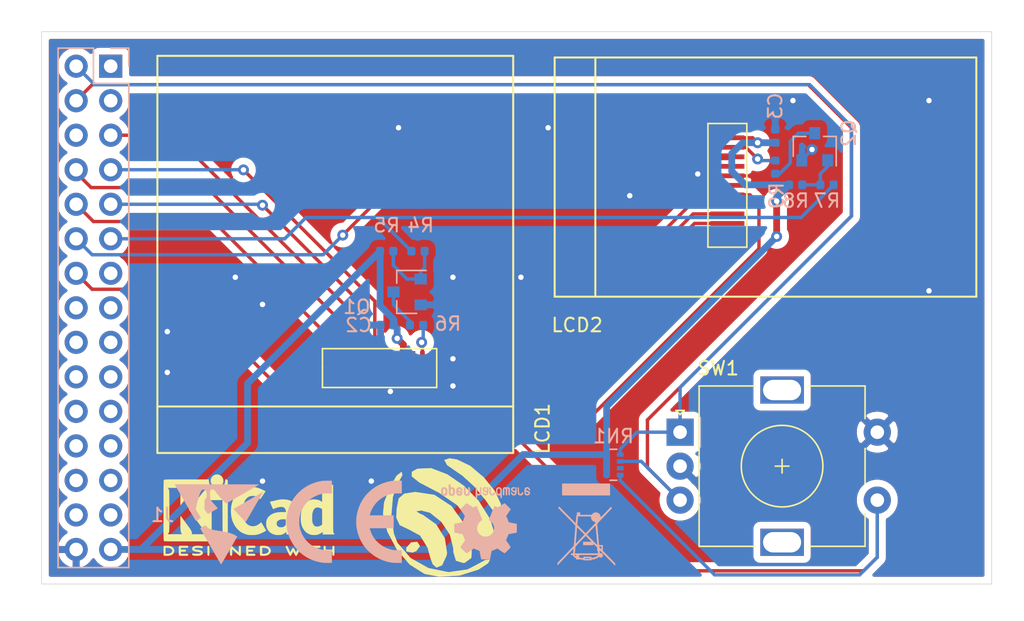
<source format=kicad_pcb>
(kicad_pcb (version 20171130) (host pcbnew 5.1.2+dfsg1-1)
  (layers (0 F.Cu signal) (31 B.Cu signal) (34 B.Paste user) (35 F.Paste user) (36 B.SilkS user) (37 F.SilkS user) (38 B.Mask user) (39 F.Mask user) (44 Edge.Cuts user))
  (net 0 "")
  (net 1 +3V3)
  (net 2 GND)
  (net 3 /ENC_D)
  (net 4 /LCD_BLK)
  (net 5 /LCD_CS1)
  (net 6 /LCD_CS0)
  (net 7 /LCD_RES)
  (net 8 /LCD_DC)
  (net 9 /LCD_MOSI)
  (net 10 /LCD_CLK)
  (net 11 /ENC_B)
  (net 12 /ENC_A)
  (net 13 /LCD240x240/LEDK)
  (net 14 /LCD240x135/LEDK)
  (net 15 "Net-(LCD2-Pad9)")
  (net 16 "Net-(LCD2-Pad2)")
  (net 17 "Net-(LCD2-Pad1)")
  (net 18 "Net-(Q1-Pad3)")
  (net 19 "Net-(Q1-Pad1)")
  (net 20 "Net-(Q2-Pad3)")
  (net 21 "Net-(Q2-Pad1)")
  (net 22 "Net-(RN1-Pad3)")
  (net 23 "Net-(J1-Pad28)")
  (net 24 "Net-(J1-Pad27)")
  (net 25 "Net-(J1-Pad26)")
  (net 26 "Net-(J1-Pad25)")
  (net 27 "Net-(J1-Pad24)")
  (net 28 "Net-(J1-Pad23)")
  (net 29 "Net-(J1-Pad22)")
  (net 30 "Net-(J1-Pad21)")
  (net 31 "Net-(J1-Pad20)")
  (net 32 "Net-(J1-Pad19)")
  (net 33 "Net-(J1-Pad18)")
  (net 34 "Net-(J1-Pad17)")
  (net 35 "Net-(J1-Pad16)")
  (net 36 "Net-(J1-Pad15)")
  (net 37 "Net-(J1-Pad13)")
  (net 38 "Net-(J1-Pad6)")
  (net 39 "Net-(J1-Pad3)")
  (net 40 "Net-(J1-Pad1)")
  (module Symbol:WEEE-Logo_4.2x6mm_SilkScreen (layer B.Cu) (at 151.8 111.2)
    (fp_text reference REF** hide)
    (fp_text value WEEE-Logo_4.2x6mm_SilkScreen hide)
  )
  (module Symbol:OSHW-Logo2_7.3x6mm_SilkScreen (layer B.Cu) (at 144.4 111)
    (fp_text reference REF** hide)
    (fp_text value OSHW-Logo2_7.3x6mm_SilkScreen hide)
  )
  (module Symbol:CE-Logo_8.5x6mm_SilkScreen (layer B.Cu) (at 134 111)
    (fp_text reference REF** hide)
    (fp_text value CE-Logo_8.5x6mm_SilkScreen hide)
  )
  (module Symbol:ESD-Logo_6.6x6mm_SilkScreen (layer B.Cu) (at 124.8 111.2)
    (fp_text reference REF** hide)
    (fp_text value ESD-Logo_6.6x6mm_SilkScreen hide)
  )
  (module logo:logo (layer F.Cu) (at 140.97 110.49)
    (fp_text reference G*** hide)
    (fp_text value LOGO hide)
  )
  (module Symbol:KiCad-Logo2_5mm_SilkScreen (layer F.Cu) (at 127 110.49)
    (fp_text reference REF** hide)
    (fp_text value KiCad-Logo2_5mm_SilkScreen hide)
  )
  (module Connector_PinHeader_2.54mm:PinHeader_2x15_P2.54mm_Vertical (layer B.Cu) (at 116.84 77.47 180)
    (fp_text reference J1 (at -3.81 -33.02) (layer B.SilkS) (effects (justify mirror)))
    (fp_text value Conn_02x15_Odd_Even)
    (pad 30 thru_hole oval (at 2.54 -35.56 180) (size 1.7 1.7) (drill 1) (layers *.Cu *.Mask) (net 2 GND))
    (pad 29 thru_hole oval (at 0 -35.56 180) (size 1.7 1.7) (drill 1) (layers *.Cu *.Mask) (net 1 +3V3))
    (pad 28 thru_hole oval (at 2.54 -33.02 180) (size 1.7 1.7) (drill 1) (layers *.Cu *.Mask) (net 23 "Net-(J1-Pad28)"))
    (pad 27 thru_hole oval (at 0 -33.02 180) (size 1.7 1.7) (drill 1) (layers *.Cu *.Mask) (net 24 "Net-(J1-Pad27)"))
    (pad 26 thru_hole oval (at 2.54 -30.48 180) (size 1.7 1.7) (drill 1) (layers *.Cu *.Mask) (net 25 "Net-(J1-Pad26)"))
    (pad 25 thru_hole oval (at 0 -30.48 180) (size 1.7 1.7) (drill 1) (layers *.Cu *.Mask) (net 26 "Net-(J1-Pad25)"))
    (pad 24 thru_hole oval (at 2.54 -27.94 180) (size 1.7 1.7) (drill 1) (layers *.Cu *.Mask) (net 27 "Net-(J1-Pad24)"))
    (pad 23 thru_hole oval (at 0 -27.94 180) (size 1.7 1.7) (drill 1) (layers *.Cu *.Mask) (net 28 "Net-(J1-Pad23)"))
    (pad 22 thru_hole oval (at 2.54 -25.4 180) (size 1.7 1.7) (drill 1) (layers *.Cu *.Mask) (net 29 "Net-(J1-Pad22)"))
    (pad 21 thru_hole oval (at 0 -25.4 180) (size 1.7 1.7) (drill 1) (layers *.Cu *.Mask) (net 30 "Net-(J1-Pad21)"))
    (pad 20 thru_hole oval (at 2.54 -22.86 180) (size 1.7 1.7) (drill 1) (layers *.Cu *.Mask) (net 31 "Net-(J1-Pad20)"))
    (pad 19 thru_hole oval (at 0 -22.86 180) (size 1.7 1.7) (drill 1) (layers *.Cu *.Mask) (net 32 "Net-(J1-Pad19)"))
    (pad 18 thru_hole oval (at 2.54 -20.32 180) (size 1.7 1.7) (drill 1) (layers *.Cu *.Mask) (net 33 "Net-(J1-Pad18)"))
    (pad 17 thru_hole oval (at 0 -20.32 180) (size 1.7 1.7) (drill 1) (layers *.Cu *.Mask) (net 34 "Net-(J1-Pad17)"))
    (pad 16 thru_hole oval (at 2.54 -17.78 180) (size 1.7 1.7) (drill 1) (layers *.Cu *.Mask) (net 35 "Net-(J1-Pad16)"))
    (pad 15 thru_hole oval (at 0 -17.78 180) (size 1.7 1.7) (drill 1) (layers *.Cu *.Mask) (net 36 "Net-(J1-Pad15)"))
    (pad 14 thru_hole oval (at 2.54 -15.24 180) (size 1.7 1.7) (drill 1) (layers *.Cu *.Mask) (net 3 /ENC_D))
    (pad 13 thru_hole oval (at 0 -15.24 180) (size 1.7 1.7) (drill 1) (layers *.Cu *.Mask) (net 37 "Net-(J1-Pad13)"))
    (pad 12 thru_hole oval (at 2.54 -12.7 180) (size 1.7 1.7) (drill 1) (layers *.Cu *.Mask) (net 5 /LCD_CS1))
    (pad 11 thru_hole oval (at 0 -12.7 180) (size 1.7 1.7) (drill 1) (layers *.Cu *.Mask) (net 4 /LCD_BLK))
    (pad 10 thru_hole oval (at 2.54 -10.16 180) (size 1.7 1.7) (drill 1) (layers *.Cu *.Mask) (net 7 /LCD_RES))
    (pad 9 thru_hole oval (at 0 -10.16 180) (size 1.7 1.7) (drill 1) (layers *.Cu *.Mask) (net 6 /LCD_CS0))
    (pad 8 thru_hole oval (at 2.54 -7.62 180) (size 1.7 1.7) (drill 1) (layers *.Cu *.Mask) (net 9 /LCD_MOSI))
    (pad 7 thru_hole oval (at 0 -7.62 180) (size 1.7 1.7) (drill 1) (layers *.Cu *.Mask) (net 8 /LCD_DC))
    (pad 6 thru_hole oval (at 2.54 -5.08 180) (size 1.7 1.7) (drill 1) (layers *.Cu *.Mask) (net 38 "Net-(J1-Pad6)"))
    (pad 5 thru_hole oval (at 0 -5.08 180) (size 1.7 1.7) (drill 1) (layers *.Cu *.Mask) (net 10 /LCD_CLK))
    (pad 4 thru_hole oval (at 2.54 -2.54 180) (size 1.7 1.7) (drill 1) (layers *.Cu *.Mask) (net 11 /ENC_B))
    (pad 3 thru_hole oval (at 0 -2.54 180) (size 1.7 1.7) (drill 1) (layers *.Cu *.Mask) (net 39 "Net-(J1-Pad3)"))
    (pad 2 thru_hole oval (at 2.54 0 180) (size 1.7 1.7) (drill 1) (layers *.Cu *.Mask) (net 12 /ENC_A))
    (pad 1 thru_hole rect (at 0 0 180) (size 1.7 1.7) (drill 1) (layers *.Cu *.Mask) (net 40 "Net-(J1-Pad1)"))
  )
  (module Rotary_Encoder:RotaryEncoder_Alps_EC11E-Switch_Vertical_H20mm (layer F.Cu) (at 158.7 104.4)
    (fp_text reference SW1 (at 2.8 -4.7) (layer F.SilkS))
    (fp_text value Rotary_Encoder_Switch)
    (pad A thru_hole rect (at 0 0) (size 2 2) (drill 1) (layers *.Cu *.Mask) (net 12 /ENC_A))
    (pad C thru_hole circle (at 0 2.5) (size 2 2) (drill 1) (layers *.Cu *.Mask) (net 2 GND))
    (pad B thru_hole circle (at 0 5) (size 2 2) (drill 1) (layers *.Cu *.Mask) (net 11 /ENC_B))
    (pad MP thru_hole rect (at 7.5 -3.1) (size 3.2 2) (drill oval 2.8 1.5) (layers *.Cu *.Mask))
    (pad MP thru_hole rect (at 7.5 8.1) (size 3.2 2) (drill oval 2.8 1.5) (layers *.Cu *.Mask))
    (pad S2 thru_hole circle (at 14.5 0) (size 2 2) (drill 1) (layers *.Cu *.Mask) (net 2 GND))
    (pad S1 thru_hole circle (at 14.5 5) (size 2 2) (drill 1) (layers *.Cu *.Mask) (net 3 /ENC_D))
  )
  (module Resistor_SMD:R_Array_Concave_4x0402 (layer B.Cu) (at 153.8 106.8 180)
    (fp_text reference RN1 (at 0 2.1) (layer B.SilkS) (effects (justify mirror)))
    (fp_text value 10K)
    (pad 5 smd rect (at 0.5 -0.75 180) (size 0.5 0.32) (layers B.Cu B.Paste B.Mask) (net 1 +3V3))
    (pad 6 smd rect (at 0.5 -0.25 180) (size 0.5 0.32) (layers B.Cu B.Paste B.Mask) (net 1 +3V3))
    (pad 8 smd rect (at 0.5 0.75 180) (size 0.5 0.32) (layers B.Cu B.Paste B.Mask) (net 1 +3V3))
    (pad 7 smd rect (at 0.5 0.25 180) (size 0.5 0.32) (layers B.Cu B.Paste B.Mask) (net 1 +3V3))
    (pad 4 smd rect (at -0.5 -0.75 180) (size 0.5 0.32) (layers B.Cu B.Paste B.Mask) (net 3 /ENC_D))
    (pad 2 smd rect (at -0.5 0.25 180) (size 0.5 0.32) (layers B.Cu B.Paste B.Mask) (net 11 /ENC_B))
    (pad 3 smd rect (at -0.5 -0.25 180) (size 0.5 0.32) (layers B.Cu B.Paste B.Mask) (net 22 "Net-(RN1-Pad3)"))
    (pad 1 smd rect (at -0.5 0.75 180) (size 0.5 0.32) (layers B.Cu B.Paste B.Mask) (net 12 /ENC_A))
  )
  (module Resistor_SMD:R_0402_1005Metric (layer B.Cu) (at 165.7 84.9 270)
    (fp_text reference R9 (at 2.1 -0.1 90) (layer B.SilkS) (effects (justify mirror)))
    (fp_text value 10)
    (pad 2 smd roundrect (at 0.485 0 270) (size 0.59 0.64) (layers B.Cu B.Paste B.Mask) (net 20 "Net-(Q2-Pad3)"))
    (pad 1 smd roundrect (at -0.485 0 270) (size 0.59 0.64) (layers B.Cu B.Paste B.Mask) (net 14 /LCD240x135/LEDK))
  )
  (module Resistor_SMD:R_0402_1005Metric (layer B.Cu) (at 167.2 86.2)
    (fp_text reference R8 (at 0 1.17) (layer B.SilkS) (effects (justify mirror)))
    (fp_text value 10K)
    (pad 2 smd roundrect (at 0.485 0) (size 0.59 0.64) (layers B.Cu B.Paste B.Mask) (net 21 "Net-(Q2-Pad1)"))
    (pad 1 smd roundrect (at -0.485 0) (size 0.59 0.64) (layers B.Cu B.Paste B.Mask) (net 1 +3V3))
  )
  (module Resistor_SMD:R_0402_1005Metric (layer B.Cu) (at 169.5 86.2)
    (fp_text reference R7 (at 0 1.17) (layer B.SilkS) (effects (justify mirror)))
    (fp_text value 1K)
    (pad 2 smd roundrect (at 0.485 0) (size 0.59 0.64) (layers B.Cu B.Paste B.Mask) (net 4 /LCD_BLK))
    (pad 1 smd roundrect (at -0.485 0) (size 0.59 0.64) (layers B.Cu B.Paste B.Mask) (net 21 "Net-(Q2-Pad1)"))
  )
  (module Resistor_SMD:R_0402_1005Metric (layer B.Cu) (at 139.33 96.52 180)
    (fp_text reference R6 (at -2.3 0.1) (layer B.SilkS) (effects (justify mirror)))
    (fp_text value 10)
    (pad 2 smd roundrect (at 0.485 0 180) (size 0.59 0.64) (layers B.Cu B.Paste B.Mask) (net 18 "Net-(Q1-Pad3)"))
    (pad 1 smd roundrect (at -0.485 0 180) (size 0.59 0.64) (layers B.Cu B.Paste B.Mask) (net 13 /LCD240x240/LEDK))
  )
  (module Resistor_SMD:R_0402_1005Metric (layer B.Cu) (at 137.13 91.08)
    (fp_text reference R5 (at 0 -1.9) (layer B.SilkS) (effects (justify mirror)))
    (fp_text value 10K)
    (pad 2 smd roundrect (at 0.485 0) (size 0.59 0.64) (layers B.Cu B.Paste B.Mask) (net 19 "Net-(Q1-Pad1)"))
    (pad 1 smd roundrect (at -0.485 0) (size 0.59 0.64) (layers B.Cu B.Paste B.Mask) (net 1 +3V3))
  )
  (module Resistor_SMD:R_0402_1005Metric (layer B.Cu) (at 139.43 91.08 180)
    (fp_text reference R4 (at -0.2 1.9) (layer B.SilkS) (effects (justify mirror)))
    (fp_text value 1K)
    (pad 2 smd roundrect (at 0.485 0 180) (size 0.59 0.64) (layers B.Cu B.Paste B.Mask) (net 4 /LCD_BLK))
    (pad 1 smd roundrect (at -0.485 0 180) (size 0.59 0.64) (layers B.Cu B.Paste B.Mask) (net 19 "Net-(Q1-Pad1)"))
  )
  (module Package_TO_SOT_SMD:SOT-23 (layer B.Cu) (at 168.6 83.4 90)
    (fp_text reference Q2 (at 1 2.5 90) (layer B.SilkS) (effects (justify mirror)))
    (fp_text value S8050)
    (pad 3 smd rect (at 1 0 90) (size 0.9 0.8) (layers B.Cu B.Paste B.Mask) (net 20 "Net-(Q2-Pad3)"))
    (pad 2 smd rect (at -1 -0.95 90) (size 0.9 0.8) (layers B.Cu B.Paste B.Mask) (net 2 GND))
    (pad 1 smd rect (at -1 0.95 90) (size 0.9 0.8) (layers B.Cu B.Paste B.Mask) (net 21 "Net-(Q2-Pad1)"))
  )
  (module Package_TO_SOT_SMD:SOT-23 (layer B.Cu) (at 138.63 94.08 180)
    (fp_text reference Q1 (at 3.7 -1.1) (layer B.SilkS) (effects (justify mirror)))
    (fp_text value S8050)
    (pad 3 smd rect (at 1 0 180) (size 0.9 0.8) (layers B.Cu B.Paste B.Mask) (net 18 "Net-(Q1-Pad3)"))
    (pad 2 smd rect (at -1 -0.95 180) (size 0.9 0.8) (layers B.Cu B.Paste B.Mask) (net 2 GND))
    (pad 1 smd rect (at -1 0.95 180) (size 0.9 0.8) (layers B.Cu B.Paste B.Mask) (net 19 "Net-(Q1-Pad1)"))
  )
  (module LCD:IPS1.14'240x135 (layer F.Cu) (at 151.13 87.63 90)
    (fp_text reference LCD2 (at -8.89 0) (layer F.SilkS))
    (fp_text value IPS1.14'240x135)
    (pad 13 smd rect (at 5.5914 11.049 90) (size 0.35 2.5) (layers F.Cu F.Paste F.Mask) (net 2 GND))
    (pad 12 smd rect (at 4.8914 11.049 90) (size 0.35 2.5) (layers F.Cu F.Paste F.Mask) (net 1 +3V3))
    (pad 11 smd rect (at 4.1914 11.049 90) (size 0.35 2.5) (layers F.Cu F.Paste F.Mask) (net 14 /LCD240x135/LEDK))
    (pad 10 smd rect (at 3.4914 11.049 90) (size 0.35 2.5) (layers F.Cu F.Paste F.Mask) (net 1 +3V3))
    (pad 9 smd rect (at 2.7914 11.049 90) (size 0.35 2.5) (layers F.Cu F.Paste F.Mask) (net 15 "Net-(LCD2-Pad9)"))
    (pad 8 smd rect (at 2.0914 11.049 90) (size 0.35 2.5) (layers F.Cu F.Paste F.Mask) (net 2 GND))
    (pad 7 smd rect (at 1.3914 11.049 90) (size 0.35 2.5) (layers F.Cu F.Paste F.Mask) (net 5 /LCD_CS1))
    (pad 6 smd rect (at 0.6914 11.049 90) (size 0.35 2.5) (layers F.Cu F.Paste F.Mask) (net 7 /LCD_RES))
    (pad 5 smd rect (at -0.0086 11.049 90) (size 0.35 2.5) (layers F.Cu F.Paste F.Mask) (net 8 /LCD_DC))
    (pad 4 smd rect (at -0.7086 11.049 90) (size 0.35 2.5) (layers F.Cu F.Paste F.Mask) (net 10 /LCD_CLK))
    (pad 3 smd rect (at -1.4086 11.049 90) (size 0.35 2.5) (layers F.Cu F.Paste F.Mask) (net 9 /LCD_MOSI))
    (pad 2 smd rect (at -2.1086 11.049 90) (size 0.35 2.5) (layers F.Cu F.Paste F.Mask) (net 16 "Net-(LCD2-Pad2)"))
    (pad 1 smd rect (at -2.8086 11.049 90) (size 0.35 2.5) (layers F.Cu F.Paste F.Mask) (net 17 "Net-(LCD2-Pad1)"))
  )
  (module LCD:IPS1.3'240x240 (layer F.Cu) (at 139.63 104.28 180)
    (fp_text reference LCD1 (at -8.96 0.14 90) (layer F.SilkS))
    (fp_text value IPS1.3'240x240)
    (pad 12 smd rect (at 6.8726 4.5974 180) (size 0.35 2.5) (layers F.Cu F.Paste F.Mask) (net 2 GND))
    (pad 11 smd rect (at 6.1726 4.5974 180) (size 0.35 2.5) (layers F.Cu F.Paste F.Mask) (net 7 /LCD_RES))
    (pad 10 smd rect (at 5.4726 4.5974 180) (size 0.35 2.5) (layers F.Cu F.Paste F.Mask) (net 9 /LCD_MOSI))
    (pad 9 smd rect (at 4.7726 4.5974 180) (size 0.35 2.5) (layers F.Cu F.Paste F.Mask) (net 10 /LCD_CLK))
    (pad 8 smd rect (at 4.0726 4.5974 180) (size 0.35 2.5) (layers F.Cu F.Paste F.Mask) (net 6 /LCD_CS0))
    (pad 7 smd rect (at 3.3726 4.5974 180) (size 0.35 2.5) (layers F.Cu F.Paste F.Mask) (net 8 /LCD_DC))
    (pad 6 smd rect (at 2.6726 4.5974 180) (size 0.35 2.5) (layers F.Cu F.Paste F.Mask) (net 2 GND))
    (pad 5 smd rect (at 1.9726 4.5974 180) (size 0.35 2.5) (layers F.Cu F.Paste F.Mask) (net 2 GND))
    (pad 4 smd rect (at 1.2726 4.5974 180) (size 0.35 2.5) (layers F.Cu F.Paste F.Mask) (net 1 +3V3))
    (pad 3 smd rect (at 0.5726 4.5974 180) (size 0.35 2.5) (layers F.Cu F.Paste F.Mask) (net 1 +3V3))
    (pad 2 smd rect (at -0.1274 4.5974 180) (size 0.35 2.5) (layers F.Cu F.Paste F.Mask) (net 13 /LCD240x240/LEDK))
    (pad 1 smd rect (at -0.8274 4.5974 180) (size 0.35 2.5) (layers F.Cu F.Paste F.Mask) (net 2 GND))
  )
  (module Capacitor_SMD:C_0402_1005Metric (layer B.Cu) (at 165.7 82.615 270)
    (fp_text reference C3 (at -2.215 0 90) (layer B.SilkS) (effects (justify mirror)))
    (fp_text value 0.1uF)
    (pad 2 smd roundrect (at 0.485 0 270) (size 0.59 0.64) (layers B.Cu B.Paste B.Mask) (net 1 +3V3))
    (pad 1 smd roundrect (at -0.485 0 270) (size 0.59 0.64) (layers B.Cu B.Paste B.Mask) (net 2 GND))
  )
  (module Capacitor_SMD:C_0402_1005Metric (layer B.Cu) (at 137.16 96.52)
    (fp_text reference C2 (at -2.1 0) (layer B.SilkS) (effects (justify mirror)))
    (fp_text value 0.1uF)
    (pad 2 smd roundrect (at 0.485 0) (size 0.59 0.64) (layers B.Cu B.Paste B.Mask) (net 1 +3V3))
    (pad 1 smd roundrect (at -0.485 0) (size 0.59 0.64) (layers B.Cu B.Paste B.Mask) (net 2 GND))
  )
  (gr_line (start 111.76 115.57) (end 181.61 115.57) (layer Edge.Cuts) (width 0.05))
  (gr_line (start 181.61 74.93) (end 181.61 115.57) (layer Edge.Cuts) (width 0.05))
  (gr_line (start 111.76 74.93) (end 181.61 74.93) (layer Edge.Cuts) (width 0.05))
  (gr_line (start 111.76 115.57) (end 111.76 74.93) (layer Edge.Cuts) (width 0.05))
  (via (at 137.9 97.5) (size 0.8) (drill 0.4) (layers F.Cu B.Cu) (net 1))
  (via (at 164.4 83.1) (size 0.8) (drill 0.4) (layers F.Cu B.Cu) (net 1))
  (segment (start 162.179 82.7386) (end 164.0386 82.7386) (width 0.25) (layer F.Cu) (net 1))
  (segment (start 164.0386 82.7386) (end 164.4 83.1) (width 0.25) (layer F.Cu) (net 1))
  (segment (start 126.9 100.825) (end 136.645 91.08) (width 0.5) (layer B.Cu) (net 1))
  (segment (start 126.9 105.2) (end 126.9 100.825) (width 0.5) (layer B.Cu) (net 1))
  (segment (start 119.07 113.03) (end 126.9 105.2) (width 0.5) (layer B.Cu) (net 1))
  (segment (start 116.84 113.03) (end 119.07 113.03) (width 0.5) (layer B.Cu) (net 1))
  (segment (start 119.07 113.03) (end 140.17 113.03) (width 0.5) (layer B.Cu) (net 1))
  (segment (start 147.15 106.05) (end 153.15 106.05) (width 0.5) (layer B.Cu) (net 1))
  (segment (start 140.17 113.03) (end 147.15 106.05) (width 0.5) (layer B.Cu) (net 1))
  (segment (start 153.3 106.2) (end 153.3 107.55) (width 0.5) (layer B.Cu) (net 1))
  (segment (start 153.15 106.05) (end 153.3 106.2) (width 0.5) (layer B.Cu) (net 1))
  (segment (start 160.429 82.7386) (end 162.179 82.7386) (width 0.5) (layer F.Cu) (net 1))
  (segment (start 160.1 83.0676) (end 160.429 82.7386) (width 0.5) (layer F.Cu) (net 1))
  (segment (start 160.1 83.594602) (end 160.1 83.0676) (width 0.5) (layer F.Cu) (net 1))
  (segment (start 160.643998 84.1386) (end 160.1 83.594602) (width 0.5) (layer F.Cu) (net 1))
  (segment (start 162.179 84.1386) (end 160.643998 84.1386) (width 0.5) (layer F.Cu) (net 1))
  (segment (start 139.0574 99.6826) (end 138.3574 99.6826) (width 0.5) (layer F.Cu) (net 1))
  (segment (start 138.3574 97.9574) (end 137.9 97.5) (width 0.5) (layer F.Cu) (net 1))
  (segment (start 138.3574 99.6826) (end 138.3574 97.9574) (width 0.5) (layer F.Cu) (net 1))
  (segment (start 137.9 96.775) (end 137.645 96.52) (width 0.5) (layer B.Cu) (net 1))
  (segment (start 137.9 97.5) (end 137.9 96.775) (width 0.5) (layer B.Cu) (net 1))
  (segment (start 136.645 91.5) (end 136.645 91.08) (width 0.5) (layer B.Cu) (net 1))
  (segment (start 136.645 95.1) (end 136.645 91.5) (width 0.5) (layer B.Cu) (net 1))
  (segment (start 137.645 96.1) (end 136.645 95.1) (width 0.5) (layer B.Cu) (net 1))
  (segment (start 137.645 96.52) (end 137.645 96.1) (width 0.5) (layer B.Cu) (net 1))
  (segment (start 164.4 83.1) (end 165.7 83.1) (width 0.5) (layer B.Cu) (net 1))
  (segment (start 163.3 83.1) (end 164.4 83.1) (width 0.5) (layer B.Cu) (net 1))
  (segment (start 162.5 83.9) (end 163.3 83.1) (width 0.5) (layer B.Cu) (net 1))
  (segment (start 166.715 86.2) (end 163.5 86.2) (width 0.5) (layer B.Cu) (net 1))
  (segment (start 162.5 85.2) (end 162.5 83.9) (width 0.5) (layer B.Cu) (net 1))
  (segment (start 163.5 86.2) (end 162.5 85.2) (width 0.5) (layer B.Cu) (net 1))
  (via (at 165.8 90) (size 0.8) (drill 0.4) (layers F.Cu B.Cu) (net 1))
  (segment (start 153.3 106.05) (end 153.3 102.5) (width 0.5) (layer B.Cu) (net 1))
  (segment (start 153.3 102.5) (end 165.8 90) (width 0.5) (layer B.Cu) (net 1))
  (via (at 165.8 87.4) (size 0.8) (drill 0.4) (layers F.Cu B.Cu) (net 1))
  (segment (start 165.8 90) (end 165.8 87.4) (width 0.5) (layer F.Cu) (net 1))
  (segment (start 165.8 87.115) (end 166.715 86.2) (width 0.5) (layer B.Cu) (net 1))
  (segment (start 165.8 87.4) (end 165.8 87.115) (width 0.5) (layer B.Cu) (net 1))
  (via (at 121 97) (size 0.8) (drill 0.4) (layers F.Cu B.Cu) (net 2))
  (via (at 121 100) (size 0.8) (drill 0.4) (layers F.Cu B.Cu) (net 2))
  (via (at 128 108) (size 0.8) (drill 0.4) (layers F.Cu B.Cu) (net 2))
  (via (at 136 108) (size 0.8) (drill 0.4) (layers F.Cu B.Cu) (net 2))
  (via (at 142 93) (size 0.8) (drill 0.4) (layers F.Cu B.Cu) (net 2))
  (via (at 147 93) (size 0.8) (drill 0.4) (layers F.Cu B.Cu) (net 2))
  (via (at 138 82) (size 0.8) (drill 0.4) (layers F.Cu B.Cu) (net 2))
  (via (at 149 82) (size 0.8) (drill 0.4) (layers F.Cu B.Cu) (net 2))
  (via (at 177 80) (size 0.8) (drill 0.4) (layers F.Cu B.Cu) (net 2))
  (via (at 177 94) (size 0.8) (drill 0.4) (layers F.Cu B.Cu) (net 2))
  (via (at 155 87) (size 0.8) (drill 0.4) (layers F.Cu B.Cu) (net 2))
  (via (at 168.4 83.6) (size 0.8) (drill 0.4) (layers F.Cu B.Cu) (net 2))
  (via (at 167 80) (size 0.8) (drill 0.4) (layers F.Cu B.Cu) (net 2))
  (via (at 126 93) (size 0.8) (drill 0.4) (layers F.Cu B.Cu) (net 2))
  (via (at 128 95) (size 0.8) (drill 0.4) (layers F.Cu B.Cu) (net 2))
  (via (at 142 99) (size 0.8) (drill 0.4) (layers F.Cu B.Cu) (net 2))
  (via (at 142 101) (size 0.8) (drill 0.4) (layers F.Cu B.Cu) (net 2))
  (via (at 137.4 101.4) (size 0.8) (drill 0.4) (layers F.Cu B.Cu) (net 2))
  (via (at 160 85.4) (size 0.8) (drill 0.4) (layers F.Cu B.Cu) (net 2))
  (segment (start 137.4 99.94) (end 137.6574 99.6826) (width 0.25) (layer F.Cu) (net 2))
  (segment (start 137.4 101.6) (end 137.4 99.94) (width 0.25) (layer F.Cu) (net 2))
  (segment (start 136.9574 99.6826) (end 137.6574 99.6826) (width 0.25) (layer F.Cu) (net 2))
  (segment (start 160.1386 85.5386) (end 160 85.4) (width 0.25) (layer F.Cu) (net 2))
  (segment (start 162.179 85.5386) (end 160.1386 85.5386) (width 0.25) (layer F.Cu) (net 2))
  (segment (start 162.179 85.5386) (end 165.4614 85.5386) (width 0.25) (layer F.Cu) (net 2))
  (segment (start 167.65 84.35) (end 168.4 83.6) (width 0.25) (layer B.Cu) (net 2))
  (segment (start 167.65 84.4) (end 167.65 84.35) (width 0.25) (layer B.Cu) (net 2))
  (segment (start 154.3 107.96) (end 161.24 114.9) (width 0.25) (layer B.Cu) (net 3))
  (segment (start 154.3 107.55) (end 154.3 107.96) (width 0.25) (layer B.Cu) (net 3))
  (segment (start 173.2 113.6) (end 171.9 114.9) (width 0.25) (layer B.Cu) (net 3))
  (segment (start 161.24 114.9) (end 171.9 114.9) (width 0.25) (layer B.Cu) (net 3))
  (segment (start 173.2 113.6) (end 173.2 109.4) (width 0.25) (layer B.Cu) (net 3))
  (segment (start 173.2 109.4) (end 173.2 113.6) (width 0.25) (layer F.Cu) (net 3))
  (segment (start 173.2 113.6) (end 172.2 114.6) (width 0.25) (layer F.Cu) (net 3))
  (segment (start 172.2 114.6) (end 156.5 114.6) (width 0.25) (layer F.Cu) (net 3))
  (segment (start 156.5 114.6) (end 146.9 105) (width 0.25) (layer F.Cu) (net 3))
  (segment (start 146.9 105) (end 133.1 105) (width 0.25) (layer F.Cu) (net 3))
  (segment (start 115.475001 93.885001) (end 115.149999 93.559999) (width 0.25) (layer F.Cu) (net 3))
  (segment (start 121.985001 93.885001) (end 115.475001 93.885001) (width 0.25) (layer F.Cu) (net 3))
  (segment (start 115.149999 93.559999) (end 114.3 92.71) (width 0.25) (layer F.Cu) (net 3))
  (segment (start 133.1 105) (end 121.985001 93.885001) (width 0.25) (layer F.Cu) (net 3))
  (segment (start 129.63 90.17) (end 116.84 90.17) (width 0.25) (layer B.Cu) (net 4))
  (segment (start 131.2 88.6) (end 129.63 90.17) (width 0.25) (layer B.Cu) (net 4))
  (segment (start 138.945 91.08) (end 136.465 88.6) (width 0.25) (layer B.Cu) (net 4))
  (segment (start 167.603232 88.6) (end 136.1 88.6) (width 0.25) (layer B.Cu) (net 4))
  (segment (start 169.650832 86.5524) (end 167.603232 88.6) (width 0.25) (layer B.Cu) (net 4))
  (segment (start 169.650832 86.534168) (end 169.650832 86.5524) (width 0.25) (layer B.Cu) (net 4))
  (segment (start 136.465 88.6) (end 136.1 88.6) (width 0.25) (layer B.Cu) (net 4))
  (segment (start 169.985 86.2) (end 169.650832 86.534168) (width 0.25) (layer B.Cu) (net 4))
  (segment (start 136.1 88.6) (end 131.2 88.6) (width 0.25) (layer B.Cu) (net 4))
  (segment (start 162.179 86.2386) (end 137.8614 86.2386) (width 0.25) (layer F.Cu) (net 5))
  (via (at 133.9 89.9) (size 0.8) (drill 0.4) (layers F.Cu B.Cu) (net 5))
  (segment (start 137.8614 86.2386) (end 137.5614 86.2386) (width 0.25) (layer F.Cu) (net 5))
  (segment (start 137.5614 86.2386) (end 133.9 89.9) (width 0.25) (layer F.Cu) (net 5))
  (segment (start 115.149999 91.019999) (end 114.3 90.17) (width 0.25) (layer B.Cu) (net 5))
  (segment (start 115.475001 91.345001) (end 115.149999 91.019999) (width 0.25) (layer B.Cu) (net 5))
  (segment (start 132.454999 91.345001) (end 115.475001 91.345001) (width 0.25) (layer B.Cu) (net 5))
  (segment (start 133.9 89.9) (end 132.454999 91.345001) (width 0.25) (layer B.Cu) (net 5))
  (via (at 128 87.7) (size 0.8) (drill 0.4) (layers F.Cu B.Cu) (net 6))
  (segment (start 135.5574 99.6826) (end 135.5574 95.2574) (width 0.25) (layer F.Cu) (net 6))
  (segment (start 135.5574 95.2574) (end 128 87.7) (width 0.25) (layer F.Cu) (net 6))
  (segment (start 127.93 87.63) (end 116.84 87.63) (width 0.25) (layer B.Cu) (net 6))
  (segment (start 128 87.7) (end 127.93 87.63) (width 0.25) (layer B.Cu) (net 6))
  (segment (start 124.4 88.9) (end 133.4574 97.9574) (width 0.25) (layer F.Cu) (net 7))
  (segment (start 115.57 88.9) (end 124.4 88.9) (width 0.25) (layer F.Cu) (net 7))
  (segment (start 133.4574 97.9574) (end 133.4574 99.6826) (width 0.25) (layer F.Cu) (net 7))
  (segment (start 114.3 87.63) (end 115.57 88.9) (width 0.25) (layer F.Cu) (net 7))
  (segment (start 162.179 86.9386) (end 163.8386 86.9386) (width 0.25) (layer F.Cu) (net 7))
  (segment (start 163.8386 86.9386) (end 164.5 87.6) (width 0.25) (layer F.Cu) (net 7))
  (segment (start 164.5 87.6) (end 164.5 90.9) (width 0.25) (layer F.Cu) (net 7))
  (segment (start 164.5 90.9) (end 151 104.4) (width 0.25) (layer F.Cu) (net 7))
  (segment (start 151 104.4) (end 135.1 104.4) (width 0.25) (layer F.Cu) (net 7))
  (segment (start 133.4574 102.7574) (end 133.4574 99.6826) (width 0.25) (layer F.Cu) (net 7))
  (segment (start 135.1 104.4) (end 133.4574 102.7574) (width 0.25) (layer F.Cu) (net 7))
  (via (at 126.6 85.1) (size 0.8) (drill 0.4) (layers F.Cu B.Cu) (net 8))
  (segment (start 136.2574 99.6826) (end 136.2574 94.7574) (width 0.25) (layer F.Cu) (net 8))
  (segment (start 136.2574 94.7574) (end 126.6 85.1) (width 0.25) (layer F.Cu) (net 8))
  (segment (start 126.59 85.09) (end 116.84 85.09) (width 0.25) (layer B.Cu) (net 8))
  (segment (start 126.6 85.1) (end 126.59 85.09) (width 0.25) (layer B.Cu) (net 8))
  (segment (start 162.179 87.6386) (end 159.4614 87.6386) (width 0.25) (layer F.Cu) (net 8))
  (segment (start 159.4614 87.6386) (end 144.9 102.2) (width 0.25) (layer F.Cu) (net 8))
  (segment (start 144.9 102.2) (end 136.7 102.2) (width 0.25) (layer F.Cu) (net 8))
  (segment (start 136.2574 101.7574) (end 136.2574 99.6826) (width 0.25) (layer F.Cu) (net 8))
  (segment (start 136.7 102.2) (end 136.2574 101.7574) (width 0.25) (layer F.Cu) (net 8))
  (segment (start 134.1574 99.6826) (end 134.1574 96.6574) (width 0.25) (layer F.Cu) (net 9))
  (segment (start 134.1574 96.6574) (end 123.9 86.4) (width 0.25) (layer F.Cu) (net 9))
  (segment (start 114.3 85.3) (end 115.4 86.4) (width 0.25) (layer F.Cu) (net 9))
  (segment (start 114.3 85.09) (end 114.3 85.3) (width 0.25) (layer F.Cu) (net 9))
  (segment (start 123.9 86.4) (end 115.4 86.4) (width 0.25) (layer F.Cu) (net 9))
  (segment (start 162.179 89.0386) (end 159.7614 89.0386) (width 0.25) (layer F.Cu) (net 9))
  (segment (start 159.7614 89.0386) (end 145.1 103.7) (width 0.25) (layer F.Cu) (net 9))
  (segment (start 145.1 103.7) (end 135.3 103.7) (width 0.25) (layer F.Cu) (net 9))
  (segment (start 134.1574 102.5574) (end 134.1574 99.6826) (width 0.25) (layer F.Cu) (net 9))
  (segment (start 135.3 103.7) (end 134.1574 102.5574) (width 0.25) (layer F.Cu) (net 9))
  (segment (start 134.8574 99.6826) (end 134.8574 95.8574) (width 0.25) (layer F.Cu) (net 10))
  (segment (start 121.55 82.55) (end 116.84 82.55) (width 0.25) (layer F.Cu) (net 10))
  (segment (start 134.8574 95.8574) (end 121.55 82.55) (width 0.25) (layer F.Cu) (net 10))
  (segment (start 162.179 88.3386) (end 159.6614 88.3386) (width 0.25) (layer F.Cu) (net 10))
  (segment (start 159.6614 88.3386) (end 145.1 102.9) (width 0.25) (layer F.Cu) (net 10))
  (segment (start 145.1 102.9) (end 135.2 102.9) (width 0.25) (layer F.Cu) (net 10))
  (segment (start 134.8574 102.5574) (end 134.8574 99.6826) (width 0.25) (layer F.Cu) (net 10))
  (segment (start 135.2 102.9) (end 134.8574 102.5574) (width 0.25) (layer F.Cu) (net 10))
  (segment (start 155.85 106.55) (end 158.7 109.4) (width 0.25) (layer B.Cu) (net 11))
  (segment (start 154.3 106.55) (end 155.85 106.55) (width 0.25) (layer B.Cu) (net 11))
  (segment (start 115.475001 78.834999) (end 114.3 80.01) (width 0.25) (layer F.Cu) (net 11))
  (segment (start 156.3 107) (end 156.3 103.5) (width 0.25) (layer F.Cu) (net 11))
  (segment (start 158.7 109.4) (end 156.3 107) (width 0.25) (layer F.Cu) (net 11))
  (segment (start 171.3 88.5) (end 171.3 82) (width 0.25) (layer F.Cu) (net 11))
  (segment (start 168.134999 78.834999) (end 115.475001 78.834999) (width 0.25) (layer F.Cu) (net 11))
  (segment (start 156.3 103.5) (end 171.3 88.5) (width 0.25) (layer F.Cu) (net 11))
  (segment (start 171.3 82) (end 168.134999 78.834999) (width 0.25) (layer F.Cu) (net 11))
  (segment (start 154.3 105.64) (end 154.3 106.05) (width 0.25) (layer B.Cu) (net 12))
  (segment (start 155.54 104.4) (end 154.3 105.64) (width 0.25) (layer B.Cu) (net 12))
  (segment (start 158.7 104.4) (end 155.54 104.4) (width 0.25) (layer B.Cu) (net 12))
  (segment (start 158.7 104.4) (end 158.7 101.1) (width 0.25) (layer B.Cu) (net 12))
  (segment (start 158.7 101.1) (end 171.3 88.5) (width 0.25) (layer B.Cu) (net 12))
  (segment (start 171.3 88.5) (end 171.3 81.9) (width 0.25) (layer B.Cu) (net 12))
  (segment (start 115.149999 78.319999) (end 114.3 77.47) (width 0.25) (layer B.Cu) (net 12))
  (segment (start 115.664999 78.834999) (end 115.149999 78.319999) (width 0.25) (layer B.Cu) (net 12))
  (segment (start 168.234999 78.834999) (end 115.664999 78.834999) (width 0.25) (layer B.Cu) (net 12))
  (segment (start 171.3 81.9) (end 168.234999 78.834999) (width 0.25) (layer B.Cu) (net 12))
  (via (at 139.7 97.79) (size 0.8) (drill 0.4) (layers F.Cu B.Cu) (net 13))
  (segment (start 139.7574 99.6826) (end 139.7574 97.8474) (width 0.25) (layer F.Cu) (net 13))
  (segment (start 139.7574 97.8474) (end 139.7 97.79) (width 0.25) (layer F.Cu) (net 13))
  (segment (start 139.815 97.675) (end 139.815 96.52) (width 0.25) (layer B.Cu) (net 13))
  (segment (start 139.7 97.79) (end 139.815 97.675) (width 0.25) (layer B.Cu) (net 13))
  (via (at 164.4 84.3) (size 0.8) (drill 0.4) (layers F.Cu B.Cu) (net 14))
  (segment (start 162.179 83.4386) (end 163.5386 83.4386) (width 0.25) (layer F.Cu) (net 14))
  (segment (start 163.5386 83.4386) (end 164.4 84.3) (width 0.25) (layer F.Cu) (net 14))
  (segment (start 164.515 84.415) (end 165.7 84.415) (width 0.25) (layer B.Cu) (net 14))
  (segment (start 164.4 84.3) (end 164.515 84.415) (width 0.25) (layer B.Cu) (net 14))
  (segment (start 138.845 96.52) (end 138.845 96.245) (width 0.25) (layer B.Cu) (net 18))
  (segment (start 137.63 95.03) (end 137.63 94.08) (width 0.25) (layer B.Cu) (net 18))
  (segment (start 138.845 96.245) (end 137.63 95.03) (width 0.25) (layer B.Cu) (net 18))
  (segment (start 139.63 93.13) (end 139.63 92.57) (width 0.25) (layer B.Cu) (net 19))
  (segment (start 139.915 92.285) (end 139.915 91.08) (width 0.25) (layer B.Cu) (net 19))
  (segment (start 139.63 92.57) (end 139.915 92.285) (width 0.25) (layer B.Cu) (net 19))
  (segment (start 137.615 91.08) (end 137.615 92.115) (width 0.25) (layer B.Cu) (net 19))
  (segment (start 138.63 93.13) (end 139.63 93.13) (width 0.25) (layer B.Cu) (net 19))
  (segment (start 137.615 92.115) (end 138.63 93.13) (width 0.25) (layer B.Cu) (net 19))
  (segment (start 165.7 85.385) (end 166.015 85.385) (width 0.25) (layer B.Cu) (net 20))
  (segment (start 166.015 85.385) (end 166.8 84.6) (width 0.25) (layer B.Cu) (net 20))
  (segment (start 166.8 84.6) (end 166.8 83) (width 0.25) (layer B.Cu) (net 20))
  (segment (start 167.4 82.4) (end 168.6 82.4) (width 0.25) (layer B.Cu) (net 20))
  (segment (start 166.8 83) (end 167.4 82.4) (width 0.25) (layer B.Cu) (net 20))
  (segment (start 169.55 84.4) (end 169.55 84.85) (width 0.25) (layer B.Cu) (net 21))
  (segment (start 169.015 85.385) (end 169.015 86.2) (width 0.25) (layer B.Cu) (net 21))
  (segment (start 169.55 84.85) (end 169.015 85.385) (width 0.25) (layer B.Cu) (net 21))
  (segment (start 167.685 86.2) (end 169.015 86.2) (width 0.25) (layer B.Cu) (net 21))
  (zone (net 2) (net_name GND) (layer B.Cu) (connect_pads (clearance 0.508)) (min_thickness 0.254) (fill yes (arc_segments 32) (thermal_gap 0.508) (thermal_bridge_width 0.508))
    (polygon (pts (xy 108.7 72.6) (xy 109.1 118.2) (xy 184 117.7) (xy 183.8 73.1)))
  )
  (zone (net 2) (net_name GND) (layer F.Cu) (connect_pads (clearance 0.508)) (min_thickness 0.254) (fill yes (arc_segments 32) (thermal_gap 0.508) (thermal_bridge_width 0.508))
    (polygon (pts (xy 109.1 72.8) (xy 109.3 118.3) (xy 184 117.8) (xy 183.9 73.5)))
  )
)
</source>
